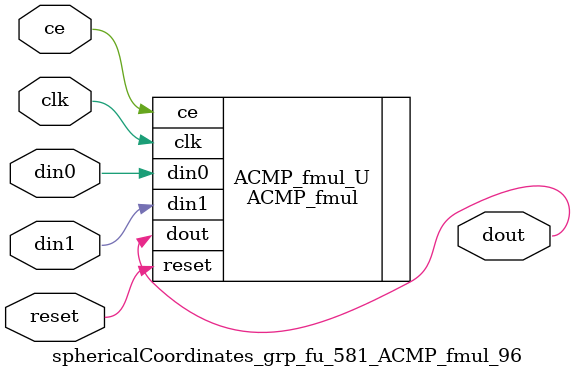
<source format=v>

`timescale 1 ns / 1 ps
module sphericalCoordinates_grp_fu_581_ACMP_fmul_96(
    clk,
    reset,
    ce,
    din0,
    din1,
    dout);

parameter ID = 32'd1;
parameter NUM_STAGE = 32'd1;
parameter din0_WIDTH = 32'd1;
parameter din1_WIDTH = 32'd1;
parameter dout_WIDTH = 32'd1;
input clk;
input reset;
input ce;
input[din0_WIDTH - 1:0] din0;
input[din1_WIDTH - 1:0] din1;
output[dout_WIDTH - 1:0] dout;



ACMP_fmul #(
.ID( ID ),
.NUM_STAGE( 4 ),
.din0_WIDTH( din0_WIDTH ),
.din1_WIDTH( din1_WIDTH ),
.dout_WIDTH( dout_WIDTH ))
ACMP_fmul_U(
    .clk( clk ),
    .reset( reset ),
    .ce( ce ),
    .din0( din0 ),
    .din1( din1 ),
    .dout( dout ));

endmodule

</source>
